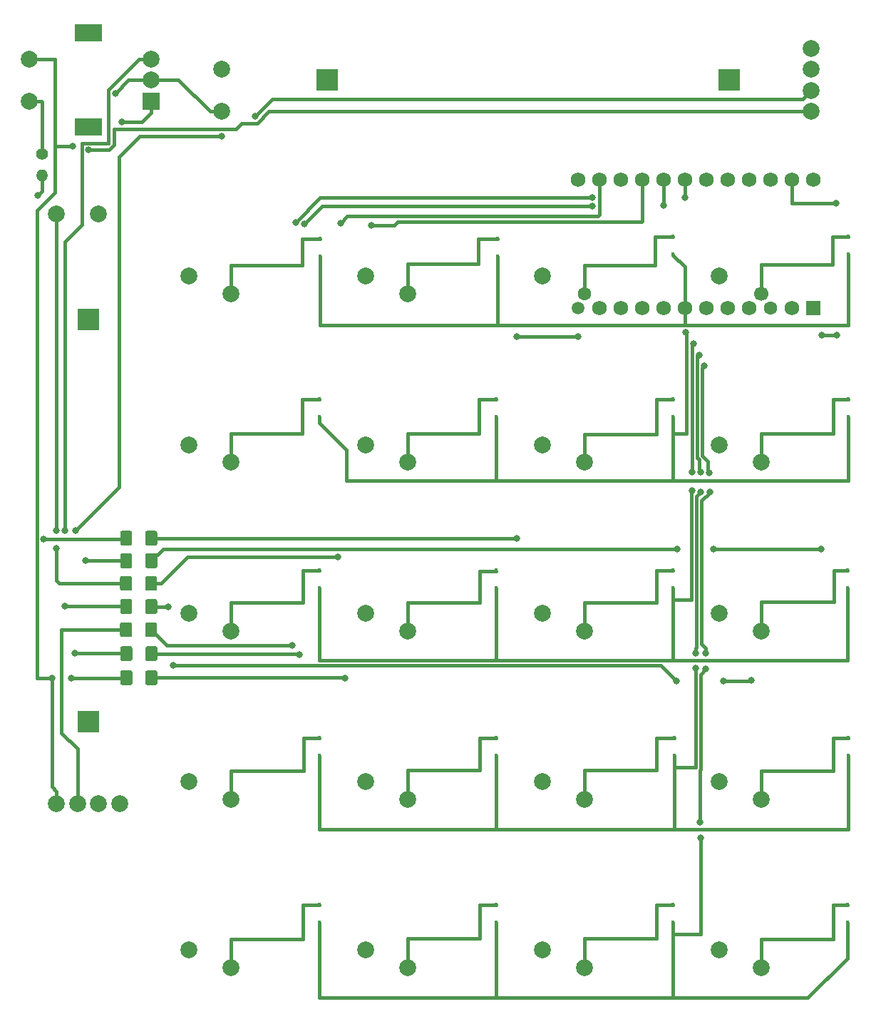
<source format=gtl>
G04 #@! TF.GenerationSoftware,KiCad,Pcbnew,(5.1.0)-1*
G04 #@! TF.CreationDate,2019-03-23T00:40:19+01:00*
G04 #@! TF.ProjectId,Schematic2,53636865-6d61-4746-9963-322e6b696361,rev?*
G04 #@! TF.SameCoordinates,Original*
G04 #@! TF.FileFunction,Copper,L1,Top*
G04 #@! TF.FilePolarity,Positive*
%FSLAX46Y46*%
G04 Gerber Fmt 4.6, Leading zero omitted, Abs format (unit mm)*
G04 Created by KiCad (PCBNEW (5.1.0)-1) date 2019-03-23 00:40:19*
%MOMM*%
%LPD*%
G04 APERTURE LIST*
%ADD10C,2.000000*%
%ADD11R,0.450000X0.600000*%
%ADD12C,1.600000*%
%ADD13R,3.200000X2.000000*%
%ADD14R,2.000000X2.000000*%
%ADD15C,0.100000*%
%ADD16C,1.425000*%
%ADD17C,1.700000*%
%ADD18C,1.400000*%
%ADD19O,1.400000X1.400000*%
%ADD20R,2.500000X2.500000*%
%ADD21C,1.752600*%
%ADD22C,1.500000*%
%ADD23R,1.752600X1.752600*%
%ADD24C,0.800000*%
%ADD25C,0.400000*%
%ADD26C,0.250000*%
G04 APERTURE END LIST*
D10*
X76470000Y-143370000D03*
X71470000Y-141270000D03*
X55470000Y-143370000D03*
X50470000Y-141270000D03*
X97470000Y-143370000D03*
X92470000Y-141270000D03*
X118470000Y-143370000D03*
X113470000Y-141270000D03*
D11*
X86970000Y-135920000D03*
X86970000Y-138020000D03*
X107970000Y-135920000D03*
X107970000Y-138020000D03*
X128670000Y-135920000D03*
X128670000Y-138020000D03*
X65970000Y-135920000D03*
X65970000Y-138020000D03*
D10*
X55470000Y-123370000D03*
X50470000Y-121270000D03*
X118470000Y-123370000D03*
X113470000Y-121270000D03*
X118470000Y-103370000D03*
X113470000Y-101270000D03*
X76470000Y-123370000D03*
X71470000Y-121270000D03*
X97470000Y-123370000D03*
X92470000Y-121270000D03*
X118470000Y-83370000D03*
X113470000Y-81270000D03*
D12*
X97470000Y-63370000D03*
D10*
X92470000Y-61270000D03*
X55470000Y-103370000D03*
X50470000Y-101270000D03*
X31470000Y-35470000D03*
X31470000Y-40470000D03*
D13*
X38470000Y-32370000D03*
X38470000Y-43570000D03*
D10*
X45970000Y-35470000D03*
X45970000Y-37970000D03*
D14*
X45970000Y-40470000D03*
D10*
X55470000Y-83370000D03*
X50470000Y-81270000D03*
X97470000Y-103370000D03*
X92470000Y-101270000D03*
X55470000Y-63370000D03*
X50470000Y-61270000D03*
X76470000Y-103370000D03*
X71470000Y-101270000D03*
D15*
G36*
X43482004Y-99616204D02*
G01*
X43506273Y-99619804D01*
X43530071Y-99625765D01*
X43553171Y-99634030D01*
X43575349Y-99644520D01*
X43596393Y-99657133D01*
X43616098Y-99671747D01*
X43634277Y-99688223D01*
X43650753Y-99706402D01*
X43665367Y-99726107D01*
X43677980Y-99747151D01*
X43688470Y-99769329D01*
X43696735Y-99792429D01*
X43702696Y-99816227D01*
X43706296Y-99840496D01*
X43707500Y-99865000D01*
X43707500Y-101115000D01*
X43706296Y-101139504D01*
X43702696Y-101163773D01*
X43696735Y-101187571D01*
X43688470Y-101210671D01*
X43677980Y-101232849D01*
X43665367Y-101253893D01*
X43650753Y-101273598D01*
X43634277Y-101291777D01*
X43616098Y-101308253D01*
X43596393Y-101322867D01*
X43575349Y-101335480D01*
X43553171Y-101345970D01*
X43530071Y-101354235D01*
X43506273Y-101360196D01*
X43482004Y-101363796D01*
X43457500Y-101365000D01*
X42532500Y-101365000D01*
X42507996Y-101363796D01*
X42483727Y-101360196D01*
X42459929Y-101354235D01*
X42436829Y-101345970D01*
X42414651Y-101335480D01*
X42393607Y-101322867D01*
X42373902Y-101308253D01*
X42355723Y-101291777D01*
X42339247Y-101273598D01*
X42324633Y-101253893D01*
X42312020Y-101232849D01*
X42301530Y-101210671D01*
X42293265Y-101187571D01*
X42287304Y-101163773D01*
X42283704Y-101139504D01*
X42282500Y-101115000D01*
X42282500Y-99865000D01*
X42283704Y-99840496D01*
X42287304Y-99816227D01*
X42293265Y-99792429D01*
X42301530Y-99769329D01*
X42312020Y-99747151D01*
X42324633Y-99726107D01*
X42339247Y-99706402D01*
X42355723Y-99688223D01*
X42373902Y-99671747D01*
X42393607Y-99657133D01*
X42414651Y-99644520D01*
X42436829Y-99634030D01*
X42459929Y-99625765D01*
X42483727Y-99619804D01*
X42507996Y-99616204D01*
X42532500Y-99615000D01*
X43457500Y-99615000D01*
X43482004Y-99616204D01*
X43482004Y-99616204D01*
G37*
D16*
X42995000Y-100490000D03*
D15*
G36*
X46457004Y-99616204D02*
G01*
X46481273Y-99619804D01*
X46505071Y-99625765D01*
X46528171Y-99634030D01*
X46550349Y-99644520D01*
X46571393Y-99657133D01*
X46591098Y-99671747D01*
X46609277Y-99688223D01*
X46625753Y-99706402D01*
X46640367Y-99726107D01*
X46652980Y-99747151D01*
X46663470Y-99769329D01*
X46671735Y-99792429D01*
X46677696Y-99816227D01*
X46681296Y-99840496D01*
X46682500Y-99865000D01*
X46682500Y-101115000D01*
X46681296Y-101139504D01*
X46677696Y-101163773D01*
X46671735Y-101187571D01*
X46663470Y-101210671D01*
X46652980Y-101232849D01*
X46640367Y-101253893D01*
X46625753Y-101273598D01*
X46609277Y-101291777D01*
X46591098Y-101308253D01*
X46571393Y-101322867D01*
X46550349Y-101335480D01*
X46528171Y-101345970D01*
X46505071Y-101354235D01*
X46481273Y-101360196D01*
X46457004Y-101363796D01*
X46432500Y-101365000D01*
X45507500Y-101365000D01*
X45482996Y-101363796D01*
X45458727Y-101360196D01*
X45434929Y-101354235D01*
X45411829Y-101345970D01*
X45389651Y-101335480D01*
X45368607Y-101322867D01*
X45348902Y-101308253D01*
X45330723Y-101291777D01*
X45314247Y-101273598D01*
X45299633Y-101253893D01*
X45287020Y-101232849D01*
X45276530Y-101210671D01*
X45268265Y-101187571D01*
X45262304Y-101163773D01*
X45258704Y-101139504D01*
X45257500Y-101115000D01*
X45257500Y-99865000D01*
X45258704Y-99840496D01*
X45262304Y-99816227D01*
X45268265Y-99792429D01*
X45276530Y-99769329D01*
X45287020Y-99747151D01*
X45299633Y-99726107D01*
X45314247Y-99706402D01*
X45330723Y-99688223D01*
X45348902Y-99671747D01*
X45368607Y-99657133D01*
X45389651Y-99644520D01*
X45411829Y-99634030D01*
X45434929Y-99625765D01*
X45458727Y-99619804D01*
X45482996Y-99616204D01*
X45507500Y-99615000D01*
X46432500Y-99615000D01*
X46457004Y-99616204D01*
X46457004Y-99616204D01*
G37*
D16*
X45970000Y-100490000D03*
D15*
G36*
X43502004Y-108066204D02*
G01*
X43526273Y-108069804D01*
X43550071Y-108075765D01*
X43573171Y-108084030D01*
X43595349Y-108094520D01*
X43616393Y-108107133D01*
X43636098Y-108121747D01*
X43654277Y-108138223D01*
X43670753Y-108156402D01*
X43685367Y-108176107D01*
X43697980Y-108197151D01*
X43708470Y-108219329D01*
X43716735Y-108242429D01*
X43722696Y-108266227D01*
X43726296Y-108290496D01*
X43727500Y-108315000D01*
X43727500Y-109565000D01*
X43726296Y-109589504D01*
X43722696Y-109613773D01*
X43716735Y-109637571D01*
X43708470Y-109660671D01*
X43697980Y-109682849D01*
X43685367Y-109703893D01*
X43670753Y-109723598D01*
X43654277Y-109741777D01*
X43636098Y-109758253D01*
X43616393Y-109772867D01*
X43595349Y-109785480D01*
X43573171Y-109795970D01*
X43550071Y-109804235D01*
X43526273Y-109810196D01*
X43502004Y-109813796D01*
X43477500Y-109815000D01*
X42552500Y-109815000D01*
X42527996Y-109813796D01*
X42503727Y-109810196D01*
X42479929Y-109804235D01*
X42456829Y-109795970D01*
X42434651Y-109785480D01*
X42413607Y-109772867D01*
X42393902Y-109758253D01*
X42375723Y-109741777D01*
X42359247Y-109723598D01*
X42344633Y-109703893D01*
X42332020Y-109682849D01*
X42321530Y-109660671D01*
X42313265Y-109637571D01*
X42307304Y-109613773D01*
X42303704Y-109589504D01*
X42302500Y-109565000D01*
X42302500Y-108315000D01*
X42303704Y-108290496D01*
X42307304Y-108266227D01*
X42313265Y-108242429D01*
X42321530Y-108219329D01*
X42332020Y-108197151D01*
X42344633Y-108176107D01*
X42359247Y-108156402D01*
X42375723Y-108138223D01*
X42393902Y-108121747D01*
X42413607Y-108107133D01*
X42434651Y-108094520D01*
X42456829Y-108084030D01*
X42479929Y-108075765D01*
X42503727Y-108069804D01*
X42527996Y-108066204D01*
X42552500Y-108065000D01*
X43477500Y-108065000D01*
X43502004Y-108066204D01*
X43502004Y-108066204D01*
G37*
D16*
X43015000Y-108940000D03*
D15*
G36*
X46477004Y-108066204D02*
G01*
X46501273Y-108069804D01*
X46525071Y-108075765D01*
X46548171Y-108084030D01*
X46570349Y-108094520D01*
X46591393Y-108107133D01*
X46611098Y-108121747D01*
X46629277Y-108138223D01*
X46645753Y-108156402D01*
X46660367Y-108176107D01*
X46672980Y-108197151D01*
X46683470Y-108219329D01*
X46691735Y-108242429D01*
X46697696Y-108266227D01*
X46701296Y-108290496D01*
X46702500Y-108315000D01*
X46702500Y-109565000D01*
X46701296Y-109589504D01*
X46697696Y-109613773D01*
X46691735Y-109637571D01*
X46683470Y-109660671D01*
X46672980Y-109682849D01*
X46660367Y-109703893D01*
X46645753Y-109723598D01*
X46629277Y-109741777D01*
X46611098Y-109758253D01*
X46591393Y-109772867D01*
X46570349Y-109785480D01*
X46548171Y-109795970D01*
X46525071Y-109804235D01*
X46501273Y-109810196D01*
X46477004Y-109813796D01*
X46452500Y-109815000D01*
X45527500Y-109815000D01*
X45502996Y-109813796D01*
X45478727Y-109810196D01*
X45454929Y-109804235D01*
X45431829Y-109795970D01*
X45409651Y-109785480D01*
X45388607Y-109772867D01*
X45368902Y-109758253D01*
X45350723Y-109741777D01*
X45334247Y-109723598D01*
X45319633Y-109703893D01*
X45307020Y-109682849D01*
X45296530Y-109660671D01*
X45288265Y-109637571D01*
X45282304Y-109613773D01*
X45278704Y-109589504D01*
X45277500Y-109565000D01*
X45277500Y-108315000D01*
X45278704Y-108290496D01*
X45282304Y-108266227D01*
X45288265Y-108242429D01*
X45296530Y-108219329D01*
X45307020Y-108197151D01*
X45319633Y-108176107D01*
X45334247Y-108156402D01*
X45350723Y-108138223D01*
X45368902Y-108121747D01*
X45388607Y-108107133D01*
X45409651Y-108094520D01*
X45431829Y-108084030D01*
X45454929Y-108075765D01*
X45478727Y-108069804D01*
X45502996Y-108066204D01*
X45527500Y-108065000D01*
X46452500Y-108065000D01*
X46477004Y-108066204D01*
X46477004Y-108066204D01*
G37*
D16*
X45990000Y-108940000D03*
D15*
G36*
X43462004Y-102366204D02*
G01*
X43486273Y-102369804D01*
X43510071Y-102375765D01*
X43533171Y-102384030D01*
X43555349Y-102394520D01*
X43576393Y-102407133D01*
X43596098Y-102421747D01*
X43614277Y-102438223D01*
X43630753Y-102456402D01*
X43645367Y-102476107D01*
X43657980Y-102497151D01*
X43668470Y-102519329D01*
X43676735Y-102542429D01*
X43682696Y-102566227D01*
X43686296Y-102590496D01*
X43687500Y-102615000D01*
X43687500Y-103865000D01*
X43686296Y-103889504D01*
X43682696Y-103913773D01*
X43676735Y-103937571D01*
X43668470Y-103960671D01*
X43657980Y-103982849D01*
X43645367Y-104003893D01*
X43630753Y-104023598D01*
X43614277Y-104041777D01*
X43596098Y-104058253D01*
X43576393Y-104072867D01*
X43555349Y-104085480D01*
X43533171Y-104095970D01*
X43510071Y-104104235D01*
X43486273Y-104110196D01*
X43462004Y-104113796D01*
X43437500Y-104115000D01*
X42512500Y-104115000D01*
X42487996Y-104113796D01*
X42463727Y-104110196D01*
X42439929Y-104104235D01*
X42416829Y-104095970D01*
X42394651Y-104085480D01*
X42373607Y-104072867D01*
X42353902Y-104058253D01*
X42335723Y-104041777D01*
X42319247Y-104023598D01*
X42304633Y-104003893D01*
X42292020Y-103982849D01*
X42281530Y-103960671D01*
X42273265Y-103937571D01*
X42267304Y-103913773D01*
X42263704Y-103889504D01*
X42262500Y-103865000D01*
X42262500Y-102615000D01*
X42263704Y-102590496D01*
X42267304Y-102566227D01*
X42273265Y-102542429D01*
X42281530Y-102519329D01*
X42292020Y-102497151D01*
X42304633Y-102476107D01*
X42319247Y-102456402D01*
X42335723Y-102438223D01*
X42353902Y-102421747D01*
X42373607Y-102407133D01*
X42394651Y-102394520D01*
X42416829Y-102384030D01*
X42439929Y-102375765D01*
X42463727Y-102369804D01*
X42487996Y-102366204D01*
X42512500Y-102365000D01*
X43437500Y-102365000D01*
X43462004Y-102366204D01*
X43462004Y-102366204D01*
G37*
D16*
X42975000Y-103240000D03*
D15*
G36*
X46437004Y-102366204D02*
G01*
X46461273Y-102369804D01*
X46485071Y-102375765D01*
X46508171Y-102384030D01*
X46530349Y-102394520D01*
X46551393Y-102407133D01*
X46571098Y-102421747D01*
X46589277Y-102438223D01*
X46605753Y-102456402D01*
X46620367Y-102476107D01*
X46632980Y-102497151D01*
X46643470Y-102519329D01*
X46651735Y-102542429D01*
X46657696Y-102566227D01*
X46661296Y-102590496D01*
X46662500Y-102615000D01*
X46662500Y-103865000D01*
X46661296Y-103889504D01*
X46657696Y-103913773D01*
X46651735Y-103937571D01*
X46643470Y-103960671D01*
X46632980Y-103982849D01*
X46620367Y-104003893D01*
X46605753Y-104023598D01*
X46589277Y-104041777D01*
X46571098Y-104058253D01*
X46551393Y-104072867D01*
X46530349Y-104085480D01*
X46508171Y-104095970D01*
X46485071Y-104104235D01*
X46461273Y-104110196D01*
X46437004Y-104113796D01*
X46412500Y-104115000D01*
X45487500Y-104115000D01*
X45462996Y-104113796D01*
X45438727Y-104110196D01*
X45414929Y-104104235D01*
X45391829Y-104095970D01*
X45369651Y-104085480D01*
X45348607Y-104072867D01*
X45328902Y-104058253D01*
X45310723Y-104041777D01*
X45294247Y-104023598D01*
X45279633Y-104003893D01*
X45267020Y-103982849D01*
X45256530Y-103960671D01*
X45248265Y-103937571D01*
X45242304Y-103913773D01*
X45238704Y-103889504D01*
X45237500Y-103865000D01*
X45237500Y-102615000D01*
X45238704Y-102590496D01*
X45242304Y-102566227D01*
X45248265Y-102542429D01*
X45256530Y-102519329D01*
X45267020Y-102497151D01*
X45279633Y-102476107D01*
X45294247Y-102456402D01*
X45310723Y-102438223D01*
X45328902Y-102421747D01*
X45348607Y-102407133D01*
X45369651Y-102394520D01*
X45391829Y-102384030D01*
X45414929Y-102375765D01*
X45438727Y-102369804D01*
X45462996Y-102366204D01*
X45487500Y-102365000D01*
X46412500Y-102365000D01*
X46437004Y-102366204D01*
X46437004Y-102366204D01*
G37*
D16*
X45950000Y-103240000D03*
D15*
G36*
X43497004Y-105206204D02*
G01*
X43521273Y-105209804D01*
X43545071Y-105215765D01*
X43568171Y-105224030D01*
X43590349Y-105234520D01*
X43611393Y-105247133D01*
X43631098Y-105261747D01*
X43649277Y-105278223D01*
X43665753Y-105296402D01*
X43680367Y-105316107D01*
X43692980Y-105337151D01*
X43703470Y-105359329D01*
X43711735Y-105382429D01*
X43717696Y-105406227D01*
X43721296Y-105430496D01*
X43722500Y-105455000D01*
X43722500Y-106705000D01*
X43721296Y-106729504D01*
X43717696Y-106753773D01*
X43711735Y-106777571D01*
X43703470Y-106800671D01*
X43692980Y-106822849D01*
X43680367Y-106843893D01*
X43665753Y-106863598D01*
X43649277Y-106881777D01*
X43631098Y-106898253D01*
X43611393Y-106912867D01*
X43590349Y-106925480D01*
X43568171Y-106935970D01*
X43545071Y-106944235D01*
X43521273Y-106950196D01*
X43497004Y-106953796D01*
X43472500Y-106955000D01*
X42547500Y-106955000D01*
X42522996Y-106953796D01*
X42498727Y-106950196D01*
X42474929Y-106944235D01*
X42451829Y-106935970D01*
X42429651Y-106925480D01*
X42408607Y-106912867D01*
X42388902Y-106898253D01*
X42370723Y-106881777D01*
X42354247Y-106863598D01*
X42339633Y-106843893D01*
X42327020Y-106822849D01*
X42316530Y-106800671D01*
X42308265Y-106777571D01*
X42302304Y-106753773D01*
X42298704Y-106729504D01*
X42297500Y-106705000D01*
X42297500Y-105455000D01*
X42298704Y-105430496D01*
X42302304Y-105406227D01*
X42308265Y-105382429D01*
X42316530Y-105359329D01*
X42327020Y-105337151D01*
X42339633Y-105316107D01*
X42354247Y-105296402D01*
X42370723Y-105278223D01*
X42388902Y-105261747D01*
X42408607Y-105247133D01*
X42429651Y-105234520D01*
X42451829Y-105224030D01*
X42474929Y-105215765D01*
X42498727Y-105209804D01*
X42522996Y-105206204D01*
X42547500Y-105205000D01*
X43472500Y-105205000D01*
X43497004Y-105206204D01*
X43497004Y-105206204D01*
G37*
D16*
X43010000Y-106080000D03*
D15*
G36*
X46472004Y-105206204D02*
G01*
X46496273Y-105209804D01*
X46520071Y-105215765D01*
X46543171Y-105224030D01*
X46565349Y-105234520D01*
X46586393Y-105247133D01*
X46606098Y-105261747D01*
X46624277Y-105278223D01*
X46640753Y-105296402D01*
X46655367Y-105316107D01*
X46667980Y-105337151D01*
X46678470Y-105359329D01*
X46686735Y-105382429D01*
X46692696Y-105406227D01*
X46696296Y-105430496D01*
X46697500Y-105455000D01*
X46697500Y-106705000D01*
X46696296Y-106729504D01*
X46692696Y-106753773D01*
X46686735Y-106777571D01*
X46678470Y-106800671D01*
X46667980Y-106822849D01*
X46655367Y-106843893D01*
X46640753Y-106863598D01*
X46624277Y-106881777D01*
X46606098Y-106898253D01*
X46586393Y-106912867D01*
X46565349Y-106925480D01*
X46543171Y-106935970D01*
X46520071Y-106944235D01*
X46496273Y-106950196D01*
X46472004Y-106953796D01*
X46447500Y-106955000D01*
X45522500Y-106955000D01*
X45497996Y-106953796D01*
X45473727Y-106950196D01*
X45449929Y-106944235D01*
X45426829Y-106935970D01*
X45404651Y-106925480D01*
X45383607Y-106912867D01*
X45363902Y-106898253D01*
X45345723Y-106881777D01*
X45329247Y-106863598D01*
X45314633Y-106843893D01*
X45302020Y-106822849D01*
X45291530Y-106800671D01*
X45283265Y-106777571D01*
X45277304Y-106753773D01*
X45273704Y-106729504D01*
X45272500Y-106705000D01*
X45272500Y-105455000D01*
X45273704Y-105430496D01*
X45277304Y-105406227D01*
X45283265Y-105382429D01*
X45291530Y-105359329D01*
X45302020Y-105337151D01*
X45314633Y-105316107D01*
X45329247Y-105296402D01*
X45345723Y-105278223D01*
X45363902Y-105261747D01*
X45383607Y-105247133D01*
X45404651Y-105234520D01*
X45426829Y-105224030D01*
X45449929Y-105215765D01*
X45473727Y-105209804D01*
X45497996Y-105206204D01*
X45522500Y-105205000D01*
X46447500Y-105205000D01*
X46472004Y-105206204D01*
X46472004Y-105206204D01*
G37*
D16*
X45985000Y-106080000D03*
D17*
X118470000Y-63370000D03*
D10*
X113470000Y-61270000D03*
X97470000Y-83370000D03*
X92470000Y-81270000D03*
X76470000Y-83370000D03*
X71470000Y-81270000D03*
D18*
X33018000Y-46734000D03*
D19*
X33018000Y-49274000D03*
D20*
X38480000Y-114122000D03*
D10*
X39720000Y-53870000D03*
X34720000Y-53870000D03*
X42220000Y-123870000D03*
X39720000Y-123870000D03*
X37220000Y-123870000D03*
X34720000Y-123870000D03*
D20*
X38480000Y-66370000D03*
D10*
X76470000Y-63370000D03*
X71470000Y-61270000D03*
D11*
X66038000Y-56860000D03*
X66038000Y-58960000D03*
X128720000Y-56570000D03*
X128720000Y-58670000D03*
X87120000Y-56860000D03*
X87120000Y-58960000D03*
D21*
X124590000Y-49850000D03*
X122050000Y-49850000D03*
X119510000Y-49850000D03*
X116970000Y-49850000D03*
X114430000Y-49850000D03*
X111890000Y-49850000D03*
X109350000Y-49850000D03*
X106810000Y-49850000D03*
X104270000Y-49850000D03*
X101730000Y-49850000D03*
X99190000Y-49850000D03*
X96650000Y-49850000D03*
D22*
X96650000Y-65090000D03*
D21*
X99190000Y-65090000D03*
X101730000Y-65090000D03*
X104270000Y-65090000D03*
X106810000Y-65090000D03*
X109350000Y-65090000D03*
X111890000Y-65090000D03*
X114430000Y-65090000D03*
X116970000Y-65090000D03*
D12*
X119510000Y-65090000D03*
D21*
X122050000Y-65090000D03*
D23*
X124590000Y-65090000D03*
D11*
X107948000Y-56606000D03*
X107948000Y-58706000D03*
X65970000Y-75920000D03*
X65970000Y-78020000D03*
D15*
G36*
X43462004Y-96866204D02*
G01*
X43486273Y-96869804D01*
X43510071Y-96875765D01*
X43533171Y-96884030D01*
X43555349Y-96894520D01*
X43576393Y-96907133D01*
X43596098Y-96921747D01*
X43614277Y-96938223D01*
X43630753Y-96956402D01*
X43645367Y-96976107D01*
X43657980Y-96997151D01*
X43668470Y-97019329D01*
X43676735Y-97042429D01*
X43682696Y-97066227D01*
X43686296Y-97090496D01*
X43687500Y-97115000D01*
X43687500Y-98365000D01*
X43686296Y-98389504D01*
X43682696Y-98413773D01*
X43676735Y-98437571D01*
X43668470Y-98460671D01*
X43657980Y-98482849D01*
X43645367Y-98503893D01*
X43630753Y-98523598D01*
X43614277Y-98541777D01*
X43596098Y-98558253D01*
X43576393Y-98572867D01*
X43555349Y-98585480D01*
X43533171Y-98595970D01*
X43510071Y-98604235D01*
X43486273Y-98610196D01*
X43462004Y-98613796D01*
X43437500Y-98615000D01*
X42512500Y-98615000D01*
X42487996Y-98613796D01*
X42463727Y-98610196D01*
X42439929Y-98604235D01*
X42416829Y-98595970D01*
X42394651Y-98585480D01*
X42373607Y-98572867D01*
X42353902Y-98558253D01*
X42335723Y-98541777D01*
X42319247Y-98523598D01*
X42304633Y-98503893D01*
X42292020Y-98482849D01*
X42281530Y-98460671D01*
X42273265Y-98437571D01*
X42267304Y-98413773D01*
X42263704Y-98389504D01*
X42262500Y-98365000D01*
X42262500Y-97115000D01*
X42263704Y-97090496D01*
X42267304Y-97066227D01*
X42273265Y-97042429D01*
X42281530Y-97019329D01*
X42292020Y-96997151D01*
X42304633Y-96976107D01*
X42319247Y-96956402D01*
X42335723Y-96938223D01*
X42353902Y-96921747D01*
X42373607Y-96907133D01*
X42394651Y-96894520D01*
X42416829Y-96884030D01*
X42439929Y-96875765D01*
X42463727Y-96869804D01*
X42487996Y-96866204D01*
X42512500Y-96865000D01*
X43437500Y-96865000D01*
X43462004Y-96866204D01*
X43462004Y-96866204D01*
G37*
D16*
X42975000Y-97740000D03*
D15*
G36*
X46437004Y-96866204D02*
G01*
X46461273Y-96869804D01*
X46485071Y-96875765D01*
X46508171Y-96884030D01*
X46530349Y-96894520D01*
X46551393Y-96907133D01*
X46571098Y-96921747D01*
X46589277Y-96938223D01*
X46605753Y-96956402D01*
X46620367Y-96976107D01*
X46632980Y-96997151D01*
X46643470Y-97019329D01*
X46651735Y-97042429D01*
X46657696Y-97066227D01*
X46661296Y-97090496D01*
X46662500Y-97115000D01*
X46662500Y-98365000D01*
X46661296Y-98389504D01*
X46657696Y-98413773D01*
X46651735Y-98437571D01*
X46643470Y-98460671D01*
X46632980Y-98482849D01*
X46620367Y-98503893D01*
X46605753Y-98523598D01*
X46589277Y-98541777D01*
X46571098Y-98558253D01*
X46551393Y-98572867D01*
X46530349Y-98585480D01*
X46508171Y-98595970D01*
X46485071Y-98604235D01*
X46461273Y-98610196D01*
X46437004Y-98613796D01*
X46412500Y-98615000D01*
X45487500Y-98615000D01*
X45462996Y-98613796D01*
X45438727Y-98610196D01*
X45414929Y-98604235D01*
X45391829Y-98595970D01*
X45369651Y-98585480D01*
X45348607Y-98572867D01*
X45328902Y-98558253D01*
X45310723Y-98541777D01*
X45294247Y-98523598D01*
X45279633Y-98503893D01*
X45267020Y-98482849D01*
X45256530Y-98460671D01*
X45248265Y-98437571D01*
X45242304Y-98413773D01*
X45238704Y-98389504D01*
X45237500Y-98365000D01*
X45237500Y-97115000D01*
X45238704Y-97090496D01*
X45242304Y-97066227D01*
X45248265Y-97042429D01*
X45256530Y-97019329D01*
X45267020Y-96997151D01*
X45279633Y-96976107D01*
X45294247Y-96956402D01*
X45310723Y-96938223D01*
X45328902Y-96921747D01*
X45348607Y-96907133D01*
X45369651Y-96894520D01*
X45391829Y-96884030D01*
X45414929Y-96875765D01*
X45438727Y-96869804D01*
X45462996Y-96866204D01*
X45487500Y-96865000D01*
X46412500Y-96865000D01*
X46437004Y-96866204D01*
X46437004Y-96866204D01*
G37*
D16*
X45950000Y-97740000D03*
D11*
X107970000Y-96220000D03*
X107970000Y-98320000D03*
X128770000Y-116120000D03*
X128770000Y-118220000D03*
X65970000Y-116120000D03*
X65970000Y-118220000D03*
X107970000Y-75920000D03*
X107970000Y-78020000D03*
X65970000Y-96220000D03*
X65970000Y-98320000D03*
X86970000Y-116120000D03*
X86970000Y-118220000D03*
X86970000Y-75920000D03*
X86970000Y-78020000D03*
X108070000Y-116120000D03*
X108070000Y-118220000D03*
X128770000Y-75920000D03*
X128770000Y-78020000D03*
X128670000Y-96220000D03*
X128670000Y-98320000D03*
X86970000Y-96220000D03*
X86970000Y-98320000D03*
D15*
G36*
X43482004Y-94176204D02*
G01*
X43506273Y-94179804D01*
X43530071Y-94185765D01*
X43553171Y-94194030D01*
X43575349Y-94204520D01*
X43596393Y-94217133D01*
X43616098Y-94231747D01*
X43634277Y-94248223D01*
X43650753Y-94266402D01*
X43665367Y-94286107D01*
X43677980Y-94307151D01*
X43688470Y-94329329D01*
X43696735Y-94352429D01*
X43702696Y-94376227D01*
X43706296Y-94400496D01*
X43707500Y-94425000D01*
X43707500Y-95675000D01*
X43706296Y-95699504D01*
X43702696Y-95723773D01*
X43696735Y-95747571D01*
X43688470Y-95770671D01*
X43677980Y-95792849D01*
X43665367Y-95813893D01*
X43650753Y-95833598D01*
X43634277Y-95851777D01*
X43616098Y-95868253D01*
X43596393Y-95882867D01*
X43575349Y-95895480D01*
X43553171Y-95905970D01*
X43530071Y-95914235D01*
X43506273Y-95920196D01*
X43482004Y-95923796D01*
X43457500Y-95925000D01*
X42532500Y-95925000D01*
X42507996Y-95923796D01*
X42483727Y-95920196D01*
X42459929Y-95914235D01*
X42436829Y-95905970D01*
X42414651Y-95895480D01*
X42393607Y-95882867D01*
X42373902Y-95868253D01*
X42355723Y-95851777D01*
X42339247Y-95833598D01*
X42324633Y-95813893D01*
X42312020Y-95792849D01*
X42301530Y-95770671D01*
X42293265Y-95747571D01*
X42287304Y-95723773D01*
X42283704Y-95699504D01*
X42282500Y-95675000D01*
X42282500Y-94425000D01*
X42283704Y-94400496D01*
X42287304Y-94376227D01*
X42293265Y-94352429D01*
X42301530Y-94329329D01*
X42312020Y-94307151D01*
X42324633Y-94286107D01*
X42339247Y-94266402D01*
X42355723Y-94248223D01*
X42373902Y-94231747D01*
X42393607Y-94217133D01*
X42414651Y-94204520D01*
X42436829Y-94194030D01*
X42459929Y-94185765D01*
X42483727Y-94179804D01*
X42507996Y-94176204D01*
X42532500Y-94175000D01*
X43457500Y-94175000D01*
X43482004Y-94176204D01*
X43482004Y-94176204D01*
G37*
D16*
X42995000Y-95050000D03*
D15*
G36*
X46457004Y-94176204D02*
G01*
X46481273Y-94179804D01*
X46505071Y-94185765D01*
X46528171Y-94194030D01*
X46550349Y-94204520D01*
X46571393Y-94217133D01*
X46591098Y-94231747D01*
X46609277Y-94248223D01*
X46625753Y-94266402D01*
X46640367Y-94286107D01*
X46652980Y-94307151D01*
X46663470Y-94329329D01*
X46671735Y-94352429D01*
X46677696Y-94376227D01*
X46681296Y-94400496D01*
X46682500Y-94425000D01*
X46682500Y-95675000D01*
X46681296Y-95699504D01*
X46677696Y-95723773D01*
X46671735Y-95747571D01*
X46663470Y-95770671D01*
X46652980Y-95792849D01*
X46640367Y-95813893D01*
X46625753Y-95833598D01*
X46609277Y-95851777D01*
X46591098Y-95868253D01*
X46571393Y-95882867D01*
X46550349Y-95895480D01*
X46528171Y-95905970D01*
X46505071Y-95914235D01*
X46481273Y-95920196D01*
X46457004Y-95923796D01*
X46432500Y-95925000D01*
X45507500Y-95925000D01*
X45482996Y-95923796D01*
X45458727Y-95920196D01*
X45434929Y-95914235D01*
X45411829Y-95905970D01*
X45389651Y-95895480D01*
X45368607Y-95882867D01*
X45348902Y-95868253D01*
X45330723Y-95851777D01*
X45314247Y-95833598D01*
X45299633Y-95813893D01*
X45287020Y-95792849D01*
X45276530Y-95770671D01*
X45268265Y-95747571D01*
X45262304Y-95723773D01*
X45258704Y-95699504D01*
X45257500Y-95675000D01*
X45257500Y-94425000D01*
X45258704Y-94400496D01*
X45262304Y-94376227D01*
X45268265Y-94352429D01*
X45276530Y-94329329D01*
X45287020Y-94307151D01*
X45299633Y-94286107D01*
X45314247Y-94266402D01*
X45330723Y-94248223D01*
X45348902Y-94231747D01*
X45368607Y-94217133D01*
X45389651Y-94204520D01*
X45411829Y-94194030D01*
X45434929Y-94185765D01*
X45458727Y-94179804D01*
X45482996Y-94176204D01*
X45507500Y-94175000D01*
X46432500Y-94175000D01*
X46457004Y-94176204D01*
X46457004Y-94176204D01*
G37*
D16*
X45970000Y-95050000D03*
D15*
G36*
X43482004Y-91496204D02*
G01*
X43506273Y-91499804D01*
X43530071Y-91505765D01*
X43553171Y-91514030D01*
X43575349Y-91524520D01*
X43596393Y-91537133D01*
X43616098Y-91551747D01*
X43634277Y-91568223D01*
X43650753Y-91586402D01*
X43665367Y-91606107D01*
X43677980Y-91627151D01*
X43688470Y-91649329D01*
X43696735Y-91672429D01*
X43702696Y-91696227D01*
X43706296Y-91720496D01*
X43707500Y-91745000D01*
X43707500Y-92995000D01*
X43706296Y-93019504D01*
X43702696Y-93043773D01*
X43696735Y-93067571D01*
X43688470Y-93090671D01*
X43677980Y-93112849D01*
X43665367Y-93133893D01*
X43650753Y-93153598D01*
X43634277Y-93171777D01*
X43616098Y-93188253D01*
X43596393Y-93202867D01*
X43575349Y-93215480D01*
X43553171Y-93225970D01*
X43530071Y-93234235D01*
X43506273Y-93240196D01*
X43482004Y-93243796D01*
X43457500Y-93245000D01*
X42532500Y-93245000D01*
X42507996Y-93243796D01*
X42483727Y-93240196D01*
X42459929Y-93234235D01*
X42436829Y-93225970D01*
X42414651Y-93215480D01*
X42393607Y-93202867D01*
X42373902Y-93188253D01*
X42355723Y-93171777D01*
X42339247Y-93153598D01*
X42324633Y-93133893D01*
X42312020Y-93112849D01*
X42301530Y-93090671D01*
X42293265Y-93067571D01*
X42287304Y-93043773D01*
X42283704Y-93019504D01*
X42282500Y-92995000D01*
X42282500Y-91745000D01*
X42283704Y-91720496D01*
X42287304Y-91696227D01*
X42293265Y-91672429D01*
X42301530Y-91649329D01*
X42312020Y-91627151D01*
X42324633Y-91606107D01*
X42339247Y-91586402D01*
X42355723Y-91568223D01*
X42373902Y-91551747D01*
X42393607Y-91537133D01*
X42414651Y-91524520D01*
X42436829Y-91514030D01*
X42459929Y-91505765D01*
X42483727Y-91499804D01*
X42507996Y-91496204D01*
X42532500Y-91495000D01*
X43457500Y-91495000D01*
X43482004Y-91496204D01*
X43482004Y-91496204D01*
G37*
D16*
X42995000Y-92370000D03*
D15*
G36*
X46457004Y-91496204D02*
G01*
X46481273Y-91499804D01*
X46505071Y-91505765D01*
X46528171Y-91514030D01*
X46550349Y-91524520D01*
X46571393Y-91537133D01*
X46591098Y-91551747D01*
X46609277Y-91568223D01*
X46625753Y-91586402D01*
X46640367Y-91606107D01*
X46652980Y-91627151D01*
X46663470Y-91649329D01*
X46671735Y-91672429D01*
X46677696Y-91696227D01*
X46681296Y-91720496D01*
X46682500Y-91745000D01*
X46682500Y-92995000D01*
X46681296Y-93019504D01*
X46677696Y-93043773D01*
X46671735Y-93067571D01*
X46663470Y-93090671D01*
X46652980Y-93112849D01*
X46640367Y-93133893D01*
X46625753Y-93153598D01*
X46609277Y-93171777D01*
X46591098Y-93188253D01*
X46571393Y-93202867D01*
X46550349Y-93215480D01*
X46528171Y-93225970D01*
X46505071Y-93234235D01*
X46481273Y-93240196D01*
X46457004Y-93243796D01*
X46432500Y-93245000D01*
X45507500Y-93245000D01*
X45482996Y-93243796D01*
X45458727Y-93240196D01*
X45434929Y-93234235D01*
X45411829Y-93225970D01*
X45389651Y-93215480D01*
X45368607Y-93202867D01*
X45348902Y-93188253D01*
X45330723Y-93171777D01*
X45314247Y-93153598D01*
X45299633Y-93133893D01*
X45287020Y-93112849D01*
X45276530Y-93090671D01*
X45268265Y-93067571D01*
X45262304Y-93043773D01*
X45258704Y-93019504D01*
X45257500Y-92995000D01*
X45257500Y-91745000D01*
X45258704Y-91720496D01*
X45262304Y-91696227D01*
X45268265Y-91672429D01*
X45276530Y-91649329D01*
X45287020Y-91627151D01*
X45299633Y-91606107D01*
X45314247Y-91586402D01*
X45330723Y-91568223D01*
X45348902Y-91551747D01*
X45368607Y-91537133D01*
X45389651Y-91524520D01*
X45411829Y-91514030D01*
X45434929Y-91505765D01*
X45458727Y-91499804D01*
X45482996Y-91496204D01*
X45507500Y-91495000D01*
X46432500Y-91495000D01*
X46457004Y-91496204D01*
X46457004Y-91496204D01*
G37*
D16*
X45970000Y-92370000D03*
D20*
X114612000Y-37960000D03*
D10*
X54360000Y-36720000D03*
X54360000Y-41720000D03*
X124360000Y-34220000D03*
X124360000Y-36720000D03*
X124360000Y-39220000D03*
X124360000Y-41720000D03*
D20*
X66860000Y-37960000D03*
D24*
X109460000Y-67940000D03*
X110240000Y-86710000D03*
X110240000Y-84540000D03*
X110350000Y-69310000D03*
X110660000Y-107840000D03*
X111040000Y-70600000D03*
X110660000Y-106000000D03*
X111230000Y-86880000D03*
X111270000Y-84560000D03*
X112270000Y-84630000D03*
X111640010Y-71920000D03*
X112320000Y-86880000D03*
X111190000Y-126100000D03*
X111830000Y-106000000D03*
X111220000Y-127950000D03*
X111830000Y-107910000D03*
X32510000Y-51687000D03*
X34669000Y-93597000D03*
X34669000Y-91438000D03*
X41692000Y-39533579D03*
X68140000Y-94620000D03*
X68450000Y-54980000D03*
X89370000Y-92430000D03*
X89370000Y-68400000D03*
X96660000Y-68400000D03*
X36447000Y-108964000D03*
X34161000Y-108964000D03*
X38517000Y-46264000D03*
X36680000Y-45860000D03*
X68960000Y-108990000D03*
X72080000Y-55190000D03*
X63540000Y-106170000D03*
X64190000Y-55040000D03*
X98390000Y-52919990D03*
X106800000Y-52900000D03*
X62720000Y-105090000D03*
X63110000Y-54860000D03*
X98373053Y-51920131D03*
X109340000Y-51890000D03*
X108450000Y-93630000D03*
X112720000Y-93640000D03*
X125570000Y-93670000D03*
X125640000Y-68270000D03*
X127420000Y-68250000D03*
X127350000Y-52570000D03*
X47990000Y-100500000D03*
X48550000Y-107500000D03*
X108340000Y-109320000D03*
X113930000Y-109320000D03*
X117270000Y-109270000D03*
X33183000Y-92454000D03*
X42490000Y-42950000D03*
X38160000Y-95040000D03*
X35685000Y-91438000D03*
X35685000Y-100455000D03*
X58279314Y-42249315D03*
X54300000Y-44640000D03*
X36950000Y-91440000D03*
X36900000Y-106050000D03*
D25*
X65970000Y-78020000D02*
X65970000Y-78720000D01*
X65970000Y-78720000D02*
X69140000Y-81890000D01*
X69140000Y-81890000D02*
X69140000Y-85520000D01*
X128770000Y-78720000D02*
X128770000Y-78020000D01*
X128770000Y-85490000D02*
X128770000Y-78720000D01*
X86970000Y-78020000D02*
X86970000Y-85520000D01*
X69140000Y-85520000D02*
X128740000Y-85520000D01*
X107970000Y-78020000D02*
X107970000Y-79960000D01*
X107970000Y-79960000D02*
X109550000Y-79960000D01*
X109550000Y-68030000D02*
X109460000Y-67940000D01*
X107970000Y-79960000D02*
X107970000Y-85520000D01*
X128740000Y-85520000D02*
X128770000Y-85490000D01*
X109550000Y-79960000D02*
X109550000Y-68030000D01*
X128720000Y-67010000D02*
X128720000Y-58670000D01*
X66038000Y-58960000D02*
X66038000Y-67040000D01*
X128750000Y-67040000D02*
X128720000Y-67010000D01*
X87120000Y-58960000D02*
X87120000Y-67040000D01*
X107948000Y-58706000D02*
X107948000Y-58781000D01*
X109330000Y-60163000D02*
X109330000Y-65090000D01*
X109350000Y-66990000D02*
X109350000Y-65090000D01*
X109300000Y-67040000D02*
X128750000Y-67040000D01*
X109300000Y-67040000D02*
X109350000Y-66990000D01*
X66038000Y-67040000D02*
X109300000Y-67040000D01*
X107948000Y-58781000D02*
X109330000Y-60163000D01*
X107970000Y-99710000D02*
X110150000Y-99710000D01*
X110240000Y-69420000D02*
X110350000Y-69310000D01*
X110240000Y-84540000D02*
X110240000Y-69420000D01*
X110150000Y-86800000D02*
X110240000Y-86710000D01*
X128620000Y-106890000D02*
X128670000Y-106840000D01*
X110150000Y-99710000D02*
X110150000Y-86800000D01*
X86970000Y-98320000D02*
X86970000Y-106890000D01*
X107970000Y-98320000D02*
X107970000Y-99710000D01*
X107970000Y-99710000D02*
X107970000Y-106890000D01*
X65970000Y-98320000D02*
X65970000Y-106890000D01*
X65970000Y-106890000D02*
X128620000Y-106890000D01*
X128670000Y-106840000D02*
X128670000Y-98320000D01*
X128770000Y-126940000D02*
X128770000Y-118920000D01*
X86970000Y-118220000D02*
X86970000Y-126180000D01*
X110750010Y-105344305D02*
X110750010Y-99958532D01*
X110610000Y-119610000D02*
X110610000Y-107890000D01*
X108070000Y-118220000D02*
X108070000Y-119610000D01*
X111040001Y-83030001D02*
X110840010Y-82830010D01*
X65970000Y-118220000D02*
X65970000Y-126980000D01*
X110610000Y-107890000D02*
X110660000Y-107840000D01*
X110660000Y-106000000D02*
X110660000Y-105434315D01*
X110660000Y-105434315D02*
X110750010Y-105344305D01*
X110840010Y-82830010D02*
X110840010Y-70799990D01*
X110750010Y-99958532D02*
X110750010Y-87359990D01*
X128770000Y-118920000D02*
X128770000Y-118220000D01*
X108070000Y-119610000D02*
X108070000Y-126980000D01*
X86970000Y-126980000D02*
X86970000Y-126180000D01*
X111270000Y-84560000D02*
X111040001Y-84330001D01*
X108070000Y-119610000D02*
X110610000Y-119610000D01*
X111040001Y-84330001D02*
X111040001Y-83030001D01*
X128730000Y-126980000D02*
X128770000Y-126940000D01*
X110750010Y-87359990D02*
X111230000Y-86880000D01*
X110840010Y-70799990D02*
X111040000Y-70600000D01*
X65970000Y-126980000D02*
X128730000Y-126980000D01*
X111350020Y-100207064D02*
X111350020Y-87943982D01*
X111350020Y-87943982D02*
X112320000Y-86974002D01*
X111440020Y-82581478D02*
X111440020Y-72119990D01*
X111440020Y-72119990D02*
X111640010Y-71920000D01*
X111190000Y-126100000D02*
X111190000Y-119878542D01*
X112070001Y-84430001D02*
X112070001Y-83211459D01*
X112320000Y-86974002D02*
X112320000Y-86880000D01*
X111830000Y-106000000D02*
X111830000Y-105434315D01*
X111190000Y-119878542D02*
X111210010Y-119858532D01*
X111350020Y-104954335D02*
X111350020Y-100207064D01*
X112270000Y-84630000D02*
X112070001Y-84430001D01*
X111210010Y-119858532D02*
X111210010Y-108529990D01*
X111830000Y-105434315D02*
X111350020Y-104954335D01*
X112070001Y-83211459D02*
X111440020Y-82581478D01*
X111210010Y-108529990D02*
X111830000Y-107910000D01*
X107970000Y-138020000D02*
X107970000Y-139420000D01*
X107970000Y-139420000D02*
X111160000Y-139420000D01*
X86970000Y-138020000D02*
X86970000Y-146960000D01*
X65970000Y-146960000D02*
X123940000Y-146960000D01*
X128670000Y-142230000D02*
X128670000Y-138020000D01*
X123940000Y-146960000D02*
X128670000Y-142230000D01*
X111160000Y-139420000D02*
X111220000Y-139360000D01*
X107970000Y-139420000D02*
X107970000Y-140070000D01*
X107970000Y-140070000D02*
X107970000Y-146960000D01*
X111220000Y-139360000D02*
X111220000Y-127950000D01*
X65970000Y-138020000D02*
X65970000Y-146960000D01*
X33018000Y-49274000D02*
X33018000Y-51179000D01*
X34720000Y-91387000D02*
X34669000Y-91438000D01*
X34720000Y-53870000D02*
X34720000Y-91387000D01*
X34669000Y-93597000D02*
X34669000Y-97407000D01*
X33018000Y-51179000D02*
X32510000Y-51687000D01*
X34669000Y-97407000D02*
X35002000Y-97740000D01*
X47384213Y-37970000D02*
X45970000Y-37970000D01*
X49195787Y-37970000D02*
X47384213Y-37970000D01*
X52945787Y-41720000D02*
X49195787Y-37970000D01*
X54360000Y-41720000D02*
X52945787Y-41720000D01*
X45970000Y-37970000D02*
X43390000Y-37970000D01*
X43390000Y-37970000D02*
X43255579Y-37970000D01*
X43255579Y-37970000D02*
X41692000Y-39533579D01*
X35002000Y-97740000D02*
X42975000Y-97740000D01*
X45950000Y-97740000D02*
X47130000Y-97740000D01*
X47130000Y-97740000D02*
X50260000Y-94610000D01*
X50260000Y-94610000D02*
X50270000Y-94620000D01*
X50270000Y-94620000D02*
X68140000Y-94620000D01*
X69260009Y-54169991D02*
X99020009Y-54169991D01*
X68450000Y-54980000D02*
X69260009Y-54169991D01*
X99190000Y-54000000D02*
X99190000Y-49850000D01*
X99020009Y-54169991D02*
X99190000Y-54000000D01*
X45970000Y-92370000D02*
X89310000Y-92370000D01*
X89310000Y-92370000D02*
X89370000Y-92430000D01*
X89370000Y-68400000D02*
X89935685Y-68400000D01*
X89935685Y-68400000D02*
X96660000Y-68400000D01*
X34542000Y-51306000D02*
X32383000Y-53465000D01*
X32383000Y-53465000D02*
X32383000Y-108964000D01*
X34720000Y-122455787D02*
X34161000Y-121896787D01*
X32383000Y-108964000D02*
X34161000Y-108964000D01*
X34161000Y-121896787D02*
X34161000Y-108964000D01*
X34720000Y-123870000D02*
X34720000Y-122455787D01*
X31470000Y-35470000D02*
X34542000Y-35470000D01*
D26*
X34624000Y-45770000D02*
X34542000Y-45688000D01*
D25*
X34542000Y-35470000D02*
X34542000Y-45688000D01*
X124360000Y-41720000D02*
X59940000Y-41720000D01*
X58539999Y-43120001D02*
X56719999Y-43120001D01*
X59940000Y-41720000D02*
X58539999Y-43120001D01*
X56719999Y-43120001D02*
X56000000Y-43840000D01*
X56000000Y-43840000D02*
X41520000Y-43840000D01*
X41520000Y-43840000D02*
X41520000Y-43960000D01*
X40940542Y-46264000D02*
X38517000Y-46264000D01*
X41520000Y-43960000D02*
X41520000Y-45684542D01*
X41520000Y-45684542D02*
X40940542Y-46264000D01*
X34560000Y-45860000D02*
X34542000Y-45878000D01*
X36680000Y-45860000D02*
X34560000Y-45860000D01*
X34542000Y-45688000D02*
X34542000Y-45878000D01*
X34542000Y-45878000D02*
X34542000Y-51306000D01*
X42991000Y-108964000D02*
X43015000Y-108940000D01*
X36447000Y-108964000D02*
X42991000Y-108964000D01*
X45990000Y-108940000D02*
X68910000Y-108940000D01*
X68910000Y-108940000D02*
X68960000Y-108990000D01*
X72080000Y-55190000D02*
X74790000Y-55190000D01*
X74790000Y-55190000D02*
X75210000Y-54770000D01*
X75210000Y-54770000D02*
X104190000Y-54770000D01*
X104270000Y-54690000D02*
X104270000Y-49850000D01*
X104190000Y-54770000D02*
X104270000Y-54690000D01*
X45985000Y-106080000D02*
X63450000Y-106080000D01*
X63450000Y-106080000D02*
X63540000Y-106170000D01*
X64190000Y-55040000D02*
X66310010Y-52919990D01*
X66310010Y-52919990D02*
X98390000Y-52919990D01*
X106800000Y-49860000D02*
X106810000Y-49850000D01*
X106800000Y-52900000D02*
X106800000Y-49860000D01*
X45950000Y-103240000D02*
X47800000Y-105090000D01*
X47800000Y-105090000D02*
X62720000Y-105090000D01*
X63110000Y-54860000D02*
X66049869Y-51920131D01*
X66049869Y-51920131D02*
X98373053Y-51920131D01*
X109340000Y-49860000D02*
X109350000Y-49850000D01*
X109340000Y-51890000D02*
X109340000Y-49860000D01*
X50391458Y-93630000D02*
X108450000Y-93630000D01*
X45970000Y-95050000D02*
X47390000Y-93630000D01*
X47390000Y-93630000D02*
X50391458Y-93630000D01*
X112720000Y-93640000D02*
X125540000Y-93640000D01*
X125540000Y-93640000D02*
X125570000Y-93670000D01*
X125640000Y-68270000D02*
X127400000Y-68270000D01*
X127400000Y-68270000D02*
X127420000Y-68250000D01*
X122050000Y-52570000D02*
X122050000Y-49850000D01*
X127350000Y-52570000D02*
X122050000Y-52570000D01*
X45970000Y-100490000D02*
X47980000Y-100490000D01*
X47980000Y-100490000D02*
X47990000Y-100500000D01*
X48550000Y-107500000D02*
X106520000Y-107500000D01*
X106520000Y-107500000D02*
X108340000Y-109320000D01*
X113930000Y-109320000D02*
X117220000Y-109320000D01*
X117220000Y-109320000D02*
X117270000Y-109270000D01*
X55374581Y-63370000D02*
X55370509Y-63374072D01*
X55374454Y-63398037D02*
X55377062Y-63405743D01*
X55380287Y-63413206D02*
X55384098Y-63420359D01*
X55384098Y-63420359D02*
X55388492Y-63427196D01*
X55470000Y-63370000D02*
X55470000Y-60010000D01*
X55377062Y-63405743D02*
X55380287Y-63413206D01*
X55370509Y-63374072D02*
X55371169Y-63382154D01*
X55470000Y-63370000D02*
X55374581Y-63370000D01*
X55372487Y-63390163D02*
X55374454Y-63398037D01*
X55404792Y-63435208D02*
X55404792Y-63445251D01*
X55470000Y-63370000D02*
X55404792Y-63435208D01*
X55494312Y-63445251D02*
X55569574Y-63369989D01*
X55388492Y-63427196D02*
X55393436Y-63433662D01*
X55404792Y-63445251D02*
X55494312Y-63445251D01*
X63880000Y-56820000D02*
X66038000Y-56820000D01*
X55371169Y-63382154D02*
X55372487Y-63390163D01*
X55470000Y-60010000D02*
X63880000Y-60010000D01*
X63880000Y-60010000D02*
X63880000Y-59550000D01*
X63880000Y-59740000D02*
X63880000Y-59550000D01*
X63880000Y-59550000D02*
X63880000Y-56820000D01*
X76470000Y-59840000D02*
X84790000Y-59840000D01*
X84780000Y-59310000D02*
X84790000Y-56860000D01*
X76470000Y-63370000D02*
X76470000Y-59840000D01*
X84790000Y-56860000D02*
X87120000Y-56860000D01*
X84790000Y-59840000D02*
X84790000Y-59320000D01*
X84790000Y-59220000D02*
X84780000Y-59310000D01*
X84790000Y-59320000D02*
X84780000Y-59310000D01*
X105840000Y-59990000D02*
X105840000Y-56620000D01*
X105840000Y-56620000D02*
X105854000Y-56606000D01*
X105854000Y-56606000D02*
X107948000Y-56606000D01*
X97470000Y-63370000D02*
X97470000Y-59990000D01*
X97470000Y-59990000D02*
X105840000Y-59990000D01*
X118470000Y-63370000D02*
X118470000Y-59890000D01*
X118470000Y-59890000D02*
X126870000Y-59890000D01*
X126870000Y-59890000D02*
X126870000Y-56590000D01*
X126870000Y-56590000D02*
X128720000Y-56590000D01*
X55470000Y-79960000D02*
X63940000Y-79960000D01*
X63940000Y-75920000D02*
X65970000Y-75920000D01*
X63940000Y-79960000D02*
X63940000Y-75920000D01*
X55470000Y-83370000D02*
X55470000Y-79960000D01*
X84940000Y-79920000D02*
X84940000Y-75910000D01*
X84940000Y-75910000D02*
X86970000Y-75910000D01*
X76470000Y-79920000D02*
X84940000Y-79920000D01*
X76470000Y-83370000D02*
X76470000Y-79920000D01*
X105950000Y-75920000D02*
X107970000Y-75920000D01*
X97470000Y-80000000D02*
X105950000Y-80000000D01*
X105950000Y-80000000D02*
X105950000Y-75920000D01*
X97470000Y-83370000D02*
X97470000Y-80000000D01*
X118470000Y-83370000D02*
X118470000Y-79930000D01*
X126970000Y-79930000D02*
X126970000Y-75920000D01*
X126970000Y-75920000D02*
X128770000Y-75920000D01*
X118470000Y-79930000D02*
X126970000Y-79930000D01*
X55470000Y-99980000D02*
X63990000Y-99980000D01*
X63990000Y-96210000D02*
X65970000Y-96210000D01*
X63990000Y-99980000D02*
X63990000Y-96210000D01*
X55470000Y-103370000D02*
X55470000Y-99980000D01*
X84970000Y-99980000D02*
X84970000Y-96250000D01*
X84970000Y-96250000D02*
X86970000Y-96250000D01*
X76470000Y-99980000D02*
X84970000Y-99980000D01*
X76470000Y-103370000D02*
X76470000Y-99980000D01*
X97470000Y-103370000D02*
X97470000Y-99990000D01*
X97470000Y-99990000D02*
X106000000Y-99990000D01*
X106000000Y-99990000D02*
X106000000Y-96180000D01*
X106000000Y-96180000D02*
X107970000Y-96180000D01*
X118470000Y-103370000D02*
X118470000Y-99950000D01*
X127030000Y-99950000D02*
X127030000Y-96220000D01*
X118470000Y-99950000D02*
X127030000Y-99950000D01*
X127030000Y-96220000D02*
X128670000Y-96220000D01*
X55470000Y-123370000D02*
X55470000Y-119970000D01*
X55470000Y-119970000D02*
X64040000Y-119970000D01*
X64040000Y-116120000D02*
X65970000Y-116120000D01*
X64040000Y-119970000D02*
X64040000Y-116120000D01*
X84990000Y-119950000D02*
X84990000Y-116140000D01*
X84990000Y-116140000D02*
X86970000Y-116140000D01*
X76470000Y-123370000D02*
X76470000Y-119950000D01*
X76470000Y-119950000D02*
X84990000Y-119950000D01*
X106020000Y-119880000D02*
X106020000Y-116140000D01*
X97470000Y-123370000D02*
X97470000Y-119880000D01*
X106020000Y-116140000D02*
X108070000Y-116140000D01*
X97470000Y-119880000D02*
X106020000Y-119880000D01*
X118470000Y-119990000D02*
X126960000Y-119990000D01*
X126960000Y-119990000D02*
X126960000Y-116140000D01*
X118470000Y-123370000D02*
X118470000Y-119990000D01*
X126960000Y-116140000D02*
X128770000Y-116140000D01*
X64000000Y-139990000D02*
X64000000Y-135910000D01*
X55470000Y-143370000D02*
X55470000Y-139990000D01*
X64000000Y-135910000D02*
X65970000Y-135910000D01*
X55470000Y-139990000D02*
X64000000Y-139990000D01*
X76470000Y-139930000D02*
X84990000Y-139930000D01*
X84990000Y-139930000D02*
X84990000Y-135940000D01*
X84990000Y-135940000D02*
X86970000Y-135940000D01*
X76470000Y-143370000D02*
X76470000Y-139930000D01*
X105950000Y-135940000D02*
X107970000Y-135940000D01*
X97470000Y-143370000D02*
X97470000Y-139930000D01*
X105950000Y-139930000D02*
X105950000Y-135940000D01*
X97470000Y-139930000D02*
X105950000Y-139930000D01*
X118470000Y-143370000D02*
X118470000Y-139970000D01*
X128045000Y-135920000D02*
X128670000Y-135920000D01*
X118470000Y-139970000D02*
X126940000Y-139970000D01*
X126940000Y-135940000D02*
X126960000Y-135920000D01*
X126940000Y-139970000D02*
X126940000Y-135940000D01*
X126960000Y-135920000D02*
X128045000Y-135920000D01*
X33018000Y-45744051D02*
X33018000Y-46734000D01*
X32884213Y-40470000D02*
X33018000Y-40603787D01*
X31470000Y-40470000D02*
X32884213Y-40470000D01*
X33183000Y-92454000D02*
X42911000Y-92454000D01*
X33018000Y-40603787D02*
X33018000Y-45744051D01*
X42911000Y-92454000D02*
X42995000Y-92370000D01*
X44890000Y-42950000D02*
X42490000Y-42950000D01*
X45970000Y-40470000D02*
X45970000Y-41870000D01*
X45970000Y-41870000D02*
X44890000Y-42950000D01*
X42985000Y-95040000D02*
X42995000Y-95050000D01*
X38160000Y-95040000D02*
X42985000Y-95040000D01*
X44555787Y-35470000D02*
X40892000Y-39133787D01*
X40892000Y-39133787D02*
X40892000Y-45464000D01*
X40892000Y-45464000D02*
X37717000Y-45464000D01*
X37717000Y-45464000D02*
X37717000Y-55116000D01*
X37717000Y-55116000D02*
X35685000Y-57148000D01*
X35685000Y-57148000D02*
X35685000Y-91438000D01*
X42960000Y-100455000D02*
X42995000Y-100490000D01*
X35685000Y-100455000D02*
X42960000Y-100455000D01*
X45970000Y-35470000D02*
X44555787Y-35470000D01*
X37220000Y-123870000D02*
X37220000Y-117388750D01*
X37220000Y-117388750D02*
X35304000Y-115472750D01*
X35313000Y-103240000D02*
X42975000Y-103240000D01*
X35304000Y-115472750D02*
X35304000Y-103249000D01*
X35304000Y-103249000D02*
X35313000Y-103240000D01*
X60308630Y-40219999D02*
X58279314Y-42249315D01*
X124360000Y-39220000D02*
X123360001Y-40219999D01*
X123360001Y-40219999D02*
X60308630Y-40219999D01*
X44592880Y-44640000D02*
X42120000Y-47112880D01*
X54300000Y-44640000D02*
X44592880Y-44640000D01*
X42120000Y-47112880D02*
X42120000Y-86270000D01*
X42120000Y-86270000D02*
X36950000Y-91440000D01*
X42980000Y-106050000D02*
X43010000Y-106080000D01*
X36900000Y-106050000D02*
X42980000Y-106050000D01*
M02*

</source>
